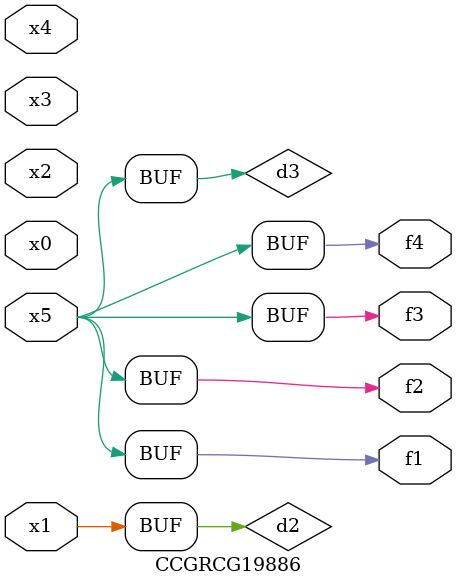
<source format=v>
module CCGRCG19886(
	input x0, x1, x2, x3, x4, x5,
	output f1, f2, f3, f4
);

	wire d1, d2, d3;

	not (d1, x5);
	or (d2, x1);
	xnor (d3, d1);
	assign f1 = d3;
	assign f2 = d3;
	assign f3 = d3;
	assign f4 = d3;
endmodule

</source>
